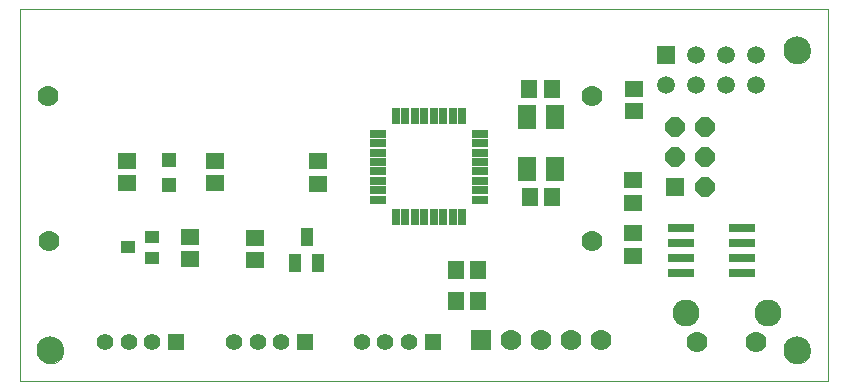
<source format=gts>
G75*
G70*
%OFA0B0*%
%FSLAX24Y24*%
%IPPOS*%
%LPD*%
%AMOC8*
5,1,8,0,0,1.08239X$1,22.5*
%
%ADD10C,0.0000*%
%ADD11C,0.0906*%
%ADD12R,0.0540X0.0260*%
%ADD13R,0.0260X0.0540*%
%ADD14R,0.0591X0.0788*%
%ADD15R,0.0552X0.0631*%
%ADD16R,0.0631X0.0552*%
%ADD17R,0.0434X0.0591*%
%ADD18R,0.0512X0.0512*%
%ADD19R,0.0700X0.0700*%
%ADD20C,0.0700*%
%ADD21OC8,0.0640*%
%ADD22R,0.0640X0.0640*%
%ADD23R,0.0594X0.0594*%
%ADD24C,0.0594*%
%ADD25R,0.0555X0.0555*%
%ADD26C,0.0555*%
%ADD27C,0.0900*%
%ADD28R,0.0906X0.0276*%
%ADD29R,0.0490X0.0440*%
D10*
X001633Y001315D02*
X001633Y013697D01*
X028557Y013697D01*
X028557Y001315D01*
X001633Y001315D01*
X002204Y002322D02*
X002206Y002363D01*
X002212Y002404D01*
X002222Y002444D01*
X002235Y002483D01*
X002252Y002520D01*
X002273Y002556D01*
X002297Y002590D01*
X002324Y002621D01*
X002353Y002649D01*
X002386Y002675D01*
X002420Y002697D01*
X002457Y002716D01*
X002495Y002731D01*
X002535Y002743D01*
X002575Y002751D01*
X002616Y002755D01*
X002658Y002755D01*
X002699Y002751D01*
X002739Y002743D01*
X002779Y002731D01*
X002817Y002716D01*
X002853Y002697D01*
X002888Y002675D01*
X002921Y002649D01*
X002950Y002621D01*
X002977Y002590D01*
X003001Y002556D01*
X003022Y002520D01*
X003039Y002483D01*
X003052Y002444D01*
X003062Y002404D01*
X003068Y002363D01*
X003070Y002322D01*
X003068Y002281D01*
X003062Y002240D01*
X003052Y002200D01*
X003039Y002161D01*
X003022Y002124D01*
X003001Y002088D01*
X002977Y002054D01*
X002950Y002023D01*
X002921Y001995D01*
X002888Y001969D01*
X002854Y001947D01*
X002817Y001928D01*
X002779Y001913D01*
X002739Y001901D01*
X002699Y001893D01*
X002658Y001889D01*
X002616Y001889D01*
X002575Y001893D01*
X002535Y001901D01*
X002495Y001913D01*
X002457Y001928D01*
X002421Y001947D01*
X002386Y001969D01*
X002353Y001995D01*
X002324Y002023D01*
X002297Y002054D01*
X002273Y002088D01*
X002252Y002124D01*
X002235Y002161D01*
X002222Y002200D01*
X002212Y002240D01*
X002206Y002281D01*
X002204Y002322D01*
X027094Y002322D02*
X027096Y002363D01*
X027102Y002404D01*
X027112Y002444D01*
X027125Y002483D01*
X027142Y002520D01*
X027163Y002556D01*
X027187Y002590D01*
X027214Y002621D01*
X027243Y002649D01*
X027276Y002675D01*
X027310Y002697D01*
X027347Y002716D01*
X027385Y002731D01*
X027425Y002743D01*
X027465Y002751D01*
X027506Y002755D01*
X027548Y002755D01*
X027589Y002751D01*
X027629Y002743D01*
X027669Y002731D01*
X027707Y002716D01*
X027743Y002697D01*
X027778Y002675D01*
X027811Y002649D01*
X027840Y002621D01*
X027867Y002590D01*
X027891Y002556D01*
X027912Y002520D01*
X027929Y002483D01*
X027942Y002444D01*
X027952Y002404D01*
X027958Y002363D01*
X027960Y002322D01*
X027958Y002281D01*
X027952Y002240D01*
X027942Y002200D01*
X027929Y002161D01*
X027912Y002124D01*
X027891Y002088D01*
X027867Y002054D01*
X027840Y002023D01*
X027811Y001995D01*
X027778Y001969D01*
X027744Y001947D01*
X027707Y001928D01*
X027669Y001913D01*
X027629Y001901D01*
X027589Y001893D01*
X027548Y001889D01*
X027506Y001889D01*
X027465Y001893D01*
X027425Y001901D01*
X027385Y001913D01*
X027347Y001928D01*
X027311Y001947D01*
X027276Y001969D01*
X027243Y001995D01*
X027214Y002023D01*
X027187Y002054D01*
X027163Y002088D01*
X027142Y002124D01*
X027125Y002161D01*
X027112Y002200D01*
X027102Y002240D01*
X027096Y002281D01*
X027094Y002322D01*
X027094Y012322D02*
X027096Y012363D01*
X027102Y012404D01*
X027112Y012444D01*
X027125Y012483D01*
X027142Y012520D01*
X027163Y012556D01*
X027187Y012590D01*
X027214Y012621D01*
X027243Y012649D01*
X027276Y012675D01*
X027310Y012697D01*
X027347Y012716D01*
X027385Y012731D01*
X027425Y012743D01*
X027465Y012751D01*
X027506Y012755D01*
X027548Y012755D01*
X027589Y012751D01*
X027629Y012743D01*
X027669Y012731D01*
X027707Y012716D01*
X027743Y012697D01*
X027778Y012675D01*
X027811Y012649D01*
X027840Y012621D01*
X027867Y012590D01*
X027891Y012556D01*
X027912Y012520D01*
X027929Y012483D01*
X027942Y012444D01*
X027952Y012404D01*
X027958Y012363D01*
X027960Y012322D01*
X027958Y012281D01*
X027952Y012240D01*
X027942Y012200D01*
X027929Y012161D01*
X027912Y012124D01*
X027891Y012088D01*
X027867Y012054D01*
X027840Y012023D01*
X027811Y011995D01*
X027778Y011969D01*
X027744Y011947D01*
X027707Y011928D01*
X027669Y011913D01*
X027629Y011901D01*
X027589Y011893D01*
X027548Y011889D01*
X027506Y011889D01*
X027465Y011893D01*
X027425Y011901D01*
X027385Y011913D01*
X027347Y011928D01*
X027311Y011947D01*
X027276Y011969D01*
X027243Y011995D01*
X027214Y012023D01*
X027187Y012054D01*
X027163Y012088D01*
X027142Y012124D01*
X027125Y012161D01*
X027112Y012200D01*
X027102Y012240D01*
X027096Y012281D01*
X027094Y012322D01*
D11*
X027527Y012322D03*
X027527Y002322D03*
X002637Y002322D03*
D12*
X013566Y007346D03*
X013566Y007661D03*
X013566Y007976D03*
X013566Y008291D03*
X013566Y008606D03*
X013566Y008921D03*
X013566Y009236D03*
X013566Y009551D03*
X016946Y009551D03*
X016946Y009236D03*
X016946Y008921D03*
X016946Y008606D03*
X016946Y008291D03*
X016946Y007976D03*
X016946Y007661D03*
X016946Y007346D03*
D13*
X016359Y006759D03*
X016044Y006759D03*
X015729Y006759D03*
X015414Y006759D03*
X015099Y006759D03*
X014784Y006759D03*
X014469Y006759D03*
X014154Y006759D03*
X014154Y010139D03*
X014469Y010139D03*
X014784Y010139D03*
X015099Y010139D03*
X015414Y010139D03*
X015729Y010139D03*
X016044Y010139D03*
X016359Y010139D03*
D14*
X018523Y010097D03*
X019468Y010097D03*
X019468Y008365D03*
X018523Y008365D03*
D15*
X018622Y007426D03*
X019370Y007426D03*
X016894Y005001D03*
X016146Y005001D03*
X016158Y003983D03*
X016906Y003983D03*
X018609Y011041D03*
X019357Y011041D03*
D16*
X022088Y011053D03*
X022088Y010305D03*
X022070Y007995D03*
X022070Y007247D03*
X022070Y006223D03*
X022070Y005475D03*
X011571Y007886D03*
X011571Y008634D03*
X008125Y008637D03*
X008125Y007889D03*
X005204Y007896D03*
X005204Y008644D03*
X007306Y006105D03*
X007306Y005357D03*
X009453Y005336D03*
X009453Y006084D03*
D17*
X010808Y005250D03*
X011556Y005250D03*
X011182Y006116D03*
D18*
X006589Y007837D03*
X006589Y008664D03*
D19*
X016990Y002667D03*
D20*
X017990Y002667D03*
X018990Y002667D03*
X019990Y002667D03*
X020990Y002667D03*
X024208Y002589D03*
X026176Y002589D03*
X020700Y005966D03*
X020685Y010791D03*
X002575Y010791D03*
X002590Y005966D03*
D21*
X023443Y008772D03*
X024443Y008772D03*
X024443Y009772D03*
X023443Y009772D03*
X024443Y007772D03*
D22*
X023443Y007772D03*
D23*
X023169Y012166D03*
D24*
X024169Y012166D03*
X025169Y012166D03*
X026169Y012166D03*
X026169Y011166D03*
X025169Y011166D03*
X024169Y011166D03*
X023169Y011166D03*
D25*
X015383Y002611D03*
X011119Y002604D03*
X006821Y002593D03*
D26*
X006034Y002593D03*
X005246Y002593D03*
X004459Y002593D03*
X008756Y002604D03*
X009544Y002604D03*
X010331Y002604D03*
X013021Y002611D03*
X013808Y002611D03*
X014596Y002611D03*
D27*
X023814Y003573D03*
X026570Y003573D03*
D28*
X025692Y004902D03*
X025692Y005402D03*
X025692Y005902D03*
X025692Y006402D03*
X023645Y006402D03*
X023645Y005902D03*
X023645Y005402D03*
X023645Y004902D03*
D29*
X006013Y005421D03*
X005213Y005771D03*
X006013Y006121D03*
M02*

</source>
